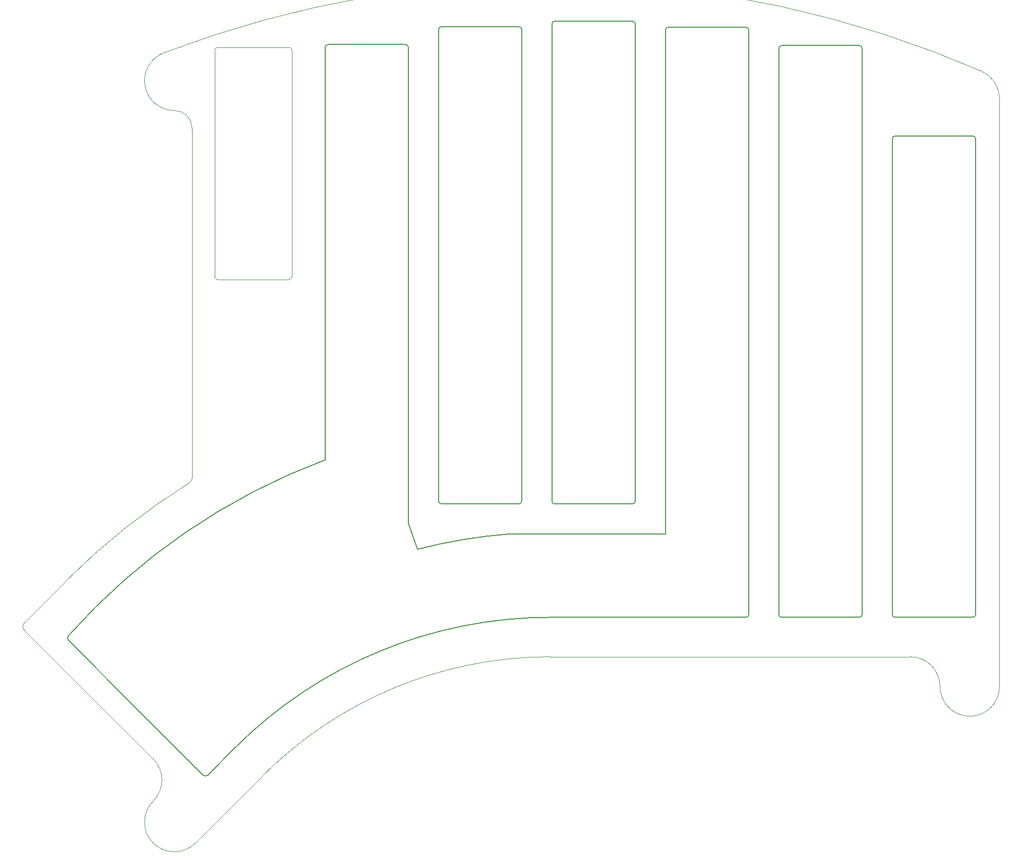
<source format=gm1>
%TF.GenerationSoftware,KiCad,Pcbnew,5.1.12-84ad8e8a86~92~ubuntu20.04.1*%
%TF.CreationDate,2021-11-15T00:05:31+01:00*%
%TF.ProjectId,LergoTopPlate_Rails,4c657267-6f54-46f7-9050-6c6174655f52,v1.A*%
%TF.SameCoordinates,Original*%
%TF.FileFunction,Profile,NP*%
%FSLAX46Y46*%
G04 Gerber Fmt 4.6, Leading zero omitted, Abs format (unit mm)*
G04 Created by KiCad (PCBNEW 5.1.12-84ad8e8a86~92~ubuntu20.04.1) date 2021-11-15 00:05:31*
%MOMM*%
%LPD*%
G01*
G04 APERTURE LIST*
%TA.AperFunction,Profile*%
%ADD10C,0.150000*%
%TD*%
%TA.AperFunction,Profile*%
%ADD11C,0.120000*%
%TD*%
%TA.AperFunction,Profile*%
%ADD12C,0.100000*%
%TD*%
G04 APERTURE END LIST*
D10*
X137950000Y-109342358D02*
X139444588Y-113682955D01*
X80830670Y-128249700D02*
X80854279Y-128275902D01*
X80830670Y-128249700D02*
G75*
G02*
X123950000Y-98666504I80929711J-71743900D01*
G01*
X154760001Y-111120001D02*
X181100000Y-111120000D01*
X195100000Y-124620000D02*
G75*
G02*
X194600000Y-125120000I-500000J0D01*
G01*
X139444588Y-113682956D02*
G75*
G02*
X154760001Y-111120001I22315793J-86310644D01*
G01*
X161760001Y-125120001D02*
X194600000Y-125120000D01*
X108818744Y-147047978D02*
G75*
G02*
X161760001Y-125120001I52941637J-52945622D01*
G01*
X123950000Y-35860000D02*
X123950000Y-98666504D01*
X137950000Y-109342358D02*
X137950000Y-35860000D01*
X143000000Y-32860000D02*
X143000000Y-99050000D01*
X157000000Y-99050000D02*
X157000000Y-32860000D01*
X162050000Y-31900000D02*
X162050000Y-99070000D01*
X176050000Y-99070000D02*
X176050000Y-31900000D01*
X181100000Y-32940000D02*
X181100000Y-111120000D01*
X195100000Y-124620000D02*
X195100000Y-32940000D01*
X200150000Y-36020000D02*
X200150000Y-118120000D01*
X214150000Y-118120000D02*
X214150000Y-36020000D01*
X219200000Y-51200000D02*
X219200000Y-118120000D01*
X233200000Y-118120000D02*
X233200000Y-51200000D01*
D11*
X73524848Y-127344018D02*
G75*
G02*
X73524848Y-125929804I707107J707107D01*
G01*
D12*
X95103365Y-148922535D02*
G75*
G02*
X95103365Y-155993603I-3535534J-3535534D01*
G01*
X102174433Y-163064671D02*
G75*
G02*
X95103365Y-155993603I-3535534J3535534D01*
G01*
X98641295Y-39932170D02*
G75*
G02*
X101614896Y-42905771I0J-2973601D01*
G01*
X98641295Y-39932170D02*
G75*
G02*
X96852971Y-30262004I-2396J4999999D01*
G01*
X222220381Y-131740000D02*
G75*
G02*
X227220381Y-136740000I0J-5000000D01*
G01*
X237220381Y-136740000D02*
G75*
G02*
X227220381Y-136740000I-5000000J0D01*
G01*
X101614896Y-101696929D02*
G75*
G02*
X101143092Y-102545766I-1000000J286D01*
G01*
X101614896Y-42905771D02*
X101614896Y-101696929D01*
X234214126Y-33343544D02*
G75*
G02*
X237220381Y-37928844I-1993745J-4585300D01*
G01*
X96852971Y-30262005D02*
G75*
G02*
X234214126Y-33343544I64907410J-169731595D01*
G01*
X80612709Y-118841943D02*
G75*
G02*
X101143092Y-102545766I81147672J-81151657D01*
G01*
X73524848Y-125929804D02*
X80612709Y-118841943D01*
X95103365Y-148922535D02*
X73524848Y-127344018D01*
X113500343Y-151733562D02*
X102174433Y-163064671D01*
X113500343Y-151733562D02*
G75*
G02*
X161760381Y-131743600I48260038J-48260038D01*
G01*
X161760381Y-131743600D02*
X222220381Y-131740000D01*
X237220381Y-37928844D02*
X237220381Y-136740000D01*
D10*
X104224159Y-151645780D02*
G75*
G02*
X103517052Y-151645781I-353554J353553D01*
G01*
X80854280Y-128983009D02*
G75*
G02*
X80854279Y-128275902I353553J353554D01*
G01*
X104224158Y-151645781D02*
X108820353Y-147049587D01*
X92185666Y-140314394D02*
X103517052Y-151645781D01*
X80854279Y-128983008D02*
X92185666Y-140314394D01*
D11*
X105900000Y-29327500D02*
X117900000Y-29327500D01*
X118400000Y-29827500D02*
X118400000Y-67827500D01*
X117900000Y-68327500D02*
X105900000Y-68327500D01*
X105400000Y-67827500D02*
X105400000Y-29827500D01*
X118400000Y-67827500D02*
G75*
G02*
X117900000Y-68327500I-500000J0D01*
G01*
X105900000Y-68327500D02*
G75*
G02*
X105400000Y-67827500I0J500000D01*
G01*
X105400000Y-29827500D02*
G75*
G02*
X105900000Y-29327500I500000J0D01*
G01*
X117900000Y-29327500D02*
G75*
G02*
X118400000Y-29827500I0J-500000D01*
G01*
D10*
X157000000Y-105550000D02*
X157000000Y-99050000D01*
X143000000Y-99050000D02*
X143000000Y-105550000D01*
X143500000Y-106050000D02*
X156500000Y-106050000D01*
X143500000Y-106050000D02*
G75*
G02*
X143000000Y-105550000I0J500000D01*
G01*
X157000000Y-105550000D02*
G75*
G02*
X156500000Y-106050000I-500000J0D01*
G01*
X123950000Y-29360000D02*
X123950000Y-35860000D01*
X137950000Y-35860000D02*
X137950000Y-29360000D01*
X137450000Y-28860000D02*
X124450000Y-28860000D01*
X137450000Y-28860000D02*
G75*
G02*
X137950000Y-29360000I0J-500000D01*
G01*
X123950000Y-29360000D02*
G75*
G02*
X124450000Y-28860000I500000J0D01*
G01*
X200150000Y-29520000D02*
X200150000Y-36020000D01*
X214150000Y-36020000D02*
X214150000Y-29520000D01*
X213650000Y-29020000D02*
X200650000Y-29020000D01*
X213650000Y-29020000D02*
G75*
G02*
X214150000Y-29520000I0J-500000D01*
G01*
X200150000Y-29520000D02*
G75*
G02*
X200650000Y-29020000I500000J0D01*
G01*
X181100000Y-26440000D02*
X181100000Y-32940000D01*
X195100000Y-32940000D02*
X195100000Y-26440000D01*
X194600000Y-25940000D02*
X181600000Y-25940000D01*
X194600000Y-25940000D02*
G75*
G02*
X195100000Y-26440000I0J-500000D01*
G01*
X181100000Y-26440000D02*
G75*
G02*
X181600000Y-25940000I500000J0D01*
G01*
X162050000Y-25400000D02*
X162050000Y-31900000D01*
X176050000Y-31900000D02*
X176050000Y-25400000D01*
X175550000Y-24900000D02*
X162550000Y-24900000D01*
X175550000Y-24900000D02*
G75*
G02*
X176050000Y-25400000I0J-500000D01*
G01*
X162050000Y-25400000D02*
G75*
G02*
X162550000Y-24900000I500000J0D01*
G01*
X176050000Y-105570000D02*
X176050000Y-99070000D01*
X162050000Y-99070000D02*
X162050000Y-105570000D01*
X162550000Y-106070000D02*
X175550000Y-106070000D01*
X162550000Y-106070000D02*
G75*
G02*
X162050000Y-105570000I0J500000D01*
G01*
X176050000Y-105570000D02*
G75*
G02*
X175550000Y-106070000I-500000J0D01*
G01*
X143000000Y-26360000D02*
X143000000Y-32860000D01*
X157000000Y-32860000D02*
X157000000Y-26360000D01*
X156500000Y-25860000D02*
X143500000Y-25860000D01*
X156500000Y-25860000D02*
G75*
G02*
X157000000Y-26360000I0J-500000D01*
G01*
X143000000Y-26360000D02*
G75*
G02*
X143500000Y-25860000I500000J0D01*
G01*
X219200000Y-44700000D02*
X219200000Y-51200000D01*
X233200000Y-51200000D02*
X233200000Y-44700000D01*
X232700000Y-44200000D02*
X219700000Y-44200000D01*
X232700000Y-44200000D02*
G75*
G02*
X233200000Y-44700000I0J-500000D01*
G01*
X219200000Y-44700000D02*
G75*
G02*
X219700000Y-44200000I500000J0D01*
G01*
X233200000Y-124620000D02*
X233200000Y-118120000D01*
X219200000Y-118120000D02*
X219200000Y-124620000D01*
X219700000Y-125120000D02*
X232700000Y-125120000D01*
X219700000Y-125120000D02*
G75*
G02*
X219200000Y-124620000I0J500000D01*
G01*
X233200000Y-124620000D02*
G75*
G02*
X232700000Y-125120000I-500000J0D01*
G01*
X214150000Y-124620000D02*
X214150000Y-118120000D01*
X200150000Y-118120000D02*
X200150000Y-124620000D01*
X200650000Y-125120000D02*
X213650000Y-125120000D01*
X200650000Y-125120000D02*
G75*
G02*
X200150000Y-124620000I0J500000D01*
G01*
X214150000Y-124620000D02*
G75*
G02*
X213650000Y-125120000I-500000J0D01*
G01*
M02*

</source>
